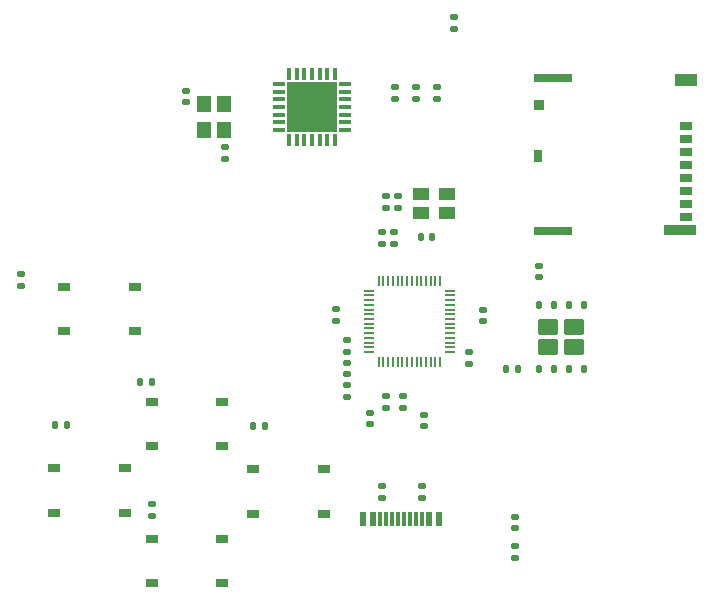
<source format=gbr>
%TF.GenerationSoftware,KiCad,Pcbnew,9.0.0*%
%TF.CreationDate,2025-07-19T13:55:26-04:00*%
%TF.ProjectId,status,73746174-7573-42e6-9b69-6361645f7063,rev?*%
%TF.SameCoordinates,Original*%
%TF.FileFunction,Paste,Top*%
%TF.FilePolarity,Positive*%
%FSLAX46Y46*%
G04 Gerber Fmt 4.6, Leading zero omitted, Abs format (unit mm)*
G04 Created by KiCad (PCBNEW 9.0.0) date 2025-07-19 13:55:26*
%MOMM*%
%LPD*%
G01*
G04 APERTURE LIST*
G04 Aperture macros list*
%AMRoundRect*
0 Rectangle with rounded corners*
0 $1 Rounding radius*
0 $2 $3 $4 $5 $6 $7 $8 $9 X,Y pos of 4 corners*
0 Add a 4 corners polygon primitive as box body*
4,1,4,$2,$3,$4,$5,$6,$7,$8,$9,$2,$3,0*
0 Add four circle primitives for the rounded corners*
1,1,$1+$1,$2,$3*
1,1,$1+$1,$4,$5*
1,1,$1+$1,$6,$7*
1,1,$1+$1,$8,$9*
0 Add four rect primitives between the rounded corners*
20,1,$1+$1,$2,$3,$4,$5,0*
20,1,$1+$1,$4,$5,$6,$7,0*
20,1,$1+$1,$6,$7,$8,$9,0*
20,1,$1+$1,$8,$9,$2,$3,0*%
G04 Aperture macros list end*
%ADD10C,0.000000*%
%ADD11R,1.016000X0.304800*%
%ADD12R,0.304800X1.016000*%
%ADD13R,4.191000X4.191000*%
%ADD14R,0.600000X1.160000*%
%ADD15R,0.300000X1.160000*%
%ADD16R,1.000000X0.750000*%
%ADD17RoundRect,0.050000X0.050000X0.387500X-0.050000X0.387500X-0.050000X-0.387500X0.050000X-0.387500X0*%
%ADD18RoundRect,0.050000X0.387500X0.050000X-0.387500X0.050000X-0.387500X-0.050000X0.387500X-0.050000X0*%
%ADD19RoundRect,0.125000X0.125000X-0.250000X0.125000X0.250000X-0.125000X0.250000X-0.125000X-0.250000X0*%
%ADD20RoundRect,0.250000X0.615000X-0.435000X0.615000X0.435000X-0.615000X0.435000X-0.615000X-0.435000X0*%
%ADD21RoundRect,0.140000X0.170000X-0.140000X0.170000X0.140000X-0.170000X0.140000X-0.170000X-0.140000X0*%
%ADD22RoundRect,0.135000X-0.185000X0.135000X-0.185000X-0.135000X0.185000X-0.135000X0.185000X0.135000X0*%
%ADD23RoundRect,0.135000X0.185000X-0.135000X0.185000X0.135000X-0.185000X0.135000X-0.185000X-0.135000X0*%
%ADD24RoundRect,0.135000X-0.135000X-0.185000X0.135000X-0.185000X0.135000X0.185000X-0.135000X0.185000X0*%
%ADD25RoundRect,0.140000X-0.170000X0.140000X-0.170000X-0.140000X0.170000X-0.140000X0.170000X0.140000X0*%
%ADD26RoundRect,0.147500X-0.172500X0.147500X-0.172500X-0.147500X0.172500X-0.147500X0.172500X0.147500X0*%
%ADD27R,1.400000X1.100000*%
%ADD28R,1.200000X1.400000*%
%ADD29RoundRect,0.135000X0.135000X0.185000X-0.135000X0.185000X-0.135000X-0.185000X0.135000X-0.185000X0*%
%ADD30R,1.100000X0.700000*%
%ADD31R,0.930000X0.900000*%
%ADD32R,0.780000X1.050000*%
%ADD33R,1.830000X1.140000*%
%ADD34R,2.800000X0.860000*%
%ADD35R,3.330000X0.700000*%
%ADD36RoundRect,0.140000X-0.140000X-0.170000X0.140000X-0.170000X0.140000X0.170000X-0.140000X0.170000X0*%
G04 APERTURE END LIST*
D10*
%TO.C,U3*%
G36*
X140875500Y-82159500D02*
G01*
X139678500Y-82159500D01*
X139678500Y-80962500D01*
X140875500Y-80962500D01*
X140875500Y-82159500D01*
G37*
G36*
X140875500Y-80762500D02*
G01*
X139678500Y-80762500D01*
X139678500Y-79565500D01*
X140875500Y-79565500D01*
X140875500Y-80762500D01*
G37*
G36*
X140875500Y-79365500D02*
G01*
X139678500Y-79365500D01*
X139678500Y-78168500D01*
X140875500Y-78168500D01*
X140875500Y-79365500D01*
G37*
G36*
X139478500Y-82159500D02*
G01*
X138281500Y-82159500D01*
X138281500Y-80962500D01*
X139478500Y-80962500D01*
X139478500Y-82159500D01*
G37*
G36*
X139478500Y-80762500D02*
G01*
X138281500Y-80762500D01*
X138281500Y-79565500D01*
X139478500Y-79565500D01*
X139478500Y-80762500D01*
G37*
G36*
X139478500Y-79365500D02*
G01*
X138281500Y-79365500D01*
X138281500Y-78168500D01*
X139478500Y-78168500D01*
X139478500Y-79365500D01*
G37*
G36*
X138081500Y-82159500D02*
G01*
X136884500Y-82159500D01*
X136884500Y-80962500D01*
X138081500Y-80962500D01*
X138081500Y-82159500D01*
G37*
G36*
X138081500Y-80762500D02*
G01*
X136884500Y-80762500D01*
X136884500Y-79565500D01*
X138081500Y-79565500D01*
X138081500Y-80762500D01*
G37*
G36*
X138081500Y-79365500D02*
G01*
X136884500Y-79365500D01*
X136884500Y-78168500D01*
X138081500Y-78168500D01*
X138081500Y-79365500D01*
G37*
%TD*%
D11*
%TO.C,U3*%
X141674000Y-82114001D03*
X141674000Y-81464000D03*
X141674000Y-80813999D03*
X141674000Y-80164000D03*
X141674000Y-79514001D03*
X141674000Y-78864000D03*
X141674000Y-78214001D03*
D12*
X140830001Y-77370000D03*
X140180000Y-77370000D03*
X139530001Y-77370000D03*
X138880000Y-77370000D03*
X138230001Y-77370000D03*
X137580000Y-77370000D03*
X136930001Y-77370000D03*
D11*
X136086000Y-78213999D03*
X136086000Y-78864000D03*
X136086000Y-79513999D03*
X136086000Y-80164000D03*
X136086000Y-80813999D03*
X136086000Y-81464000D03*
X136086000Y-82113999D03*
D12*
X136929999Y-82958000D03*
X137580000Y-82958000D03*
X138229999Y-82958000D03*
X138880000Y-82958000D03*
X139529999Y-82958000D03*
X140180000Y-82958000D03*
X140829999Y-82958000D03*
D13*
X138880000Y-80164000D03*
%TD*%
D14*
%TO.C,J6*%
X143220000Y-115030000D03*
X144020000Y-115030000D03*
D15*
X144670000Y-115030000D03*
X145670000Y-115030000D03*
X147170000Y-115030000D03*
X148170000Y-115030000D03*
D14*
X148820000Y-115030000D03*
X149620000Y-115030000D03*
X149620000Y-115030000D03*
X148820000Y-115030000D03*
D15*
X147670000Y-115030000D03*
X146670000Y-115030000D03*
X146170000Y-115030000D03*
X145170000Y-115030000D03*
D14*
X144020000Y-115030000D03*
X143220000Y-115030000D03*
%TD*%
D16*
%TO.C,S7*%
X123070000Y-114505000D03*
X117070000Y-114505000D03*
X123070000Y-110755000D03*
X117070000Y-110755000D03*
%TD*%
%TO.C,S8*%
X131300000Y-108875000D03*
X125300000Y-108875000D03*
X131300000Y-105125000D03*
X125300000Y-105125000D03*
%TD*%
%TO.C,S9*%
X131300000Y-120475000D03*
X125300000Y-120475000D03*
X131300000Y-116725000D03*
X125300000Y-116725000D03*
%TD*%
%TO.C,S10*%
X139900000Y-114575000D03*
X133900000Y-114575000D03*
X139900000Y-110825000D03*
X133900000Y-110825000D03*
%TD*%
%TO.C,S11*%
X123870000Y-99105000D03*
X117870000Y-99105000D03*
X123870000Y-95355000D03*
X117870000Y-95355000D03*
%TD*%
D17*
%TO.C,U2*%
X149730000Y-101740000D03*
X149330000Y-101740000D03*
X148930000Y-101740000D03*
X148530000Y-101740000D03*
X148130000Y-101740000D03*
X147730000Y-101740000D03*
X147330000Y-101740000D03*
X146930000Y-101740000D03*
X146530000Y-101740000D03*
X146130000Y-101740000D03*
X145730000Y-101740000D03*
X145330000Y-101740000D03*
X144930000Y-101740000D03*
X144530000Y-101740000D03*
D18*
X143692500Y-100902500D03*
X143692500Y-100502500D03*
X143692500Y-100102500D03*
X143692500Y-99702500D03*
X143692500Y-99302500D03*
X143692500Y-98902500D03*
X143692500Y-98502500D03*
X143692500Y-98102500D03*
X143692500Y-97702500D03*
X143692500Y-97302500D03*
X143692500Y-96902500D03*
X143692500Y-96502500D03*
X143692500Y-96102500D03*
X143692500Y-95702500D03*
D17*
X144530000Y-94865000D03*
X144930000Y-94865000D03*
X145330000Y-94865000D03*
X145730000Y-94865000D03*
X146130000Y-94865000D03*
X146530000Y-94865000D03*
X146930000Y-94865000D03*
X147330000Y-94865000D03*
X147730000Y-94865000D03*
X148130000Y-94865000D03*
X148530000Y-94865000D03*
X148930000Y-94865000D03*
X149330000Y-94865000D03*
X149730000Y-94865000D03*
D18*
X150567500Y-95702500D03*
X150567500Y-96102500D03*
X150567500Y-96502500D03*
X150567500Y-96902500D03*
X150567500Y-97302500D03*
X150567500Y-97702500D03*
X150567500Y-98102500D03*
X150567500Y-98502500D03*
X150567500Y-98902500D03*
X150567500Y-99302500D03*
X150567500Y-99702500D03*
X150567500Y-100102500D03*
X150567500Y-100502500D03*
X150567500Y-100902500D03*
%TD*%
D19*
%TO.C,U4*%
X158070449Y-96956000D03*
X159340449Y-96956000D03*
X160610449Y-96956000D03*
X161880449Y-96956000D03*
X161880449Y-102356000D03*
X160610449Y-102356000D03*
X159340449Y-102356000D03*
X158070449Y-102356000D03*
D20*
X161050449Y-98806000D03*
X158900449Y-98806000D03*
X161050449Y-100506000D03*
X158900449Y-100506000D03*
%TD*%
D21*
%TO.C,C15*%
X153350000Y-98300000D03*
X153350000Y-97340000D03*
%TD*%
%TO.C,C7*%
X152146000Y-101876800D03*
X152146000Y-100916800D03*
%TD*%
D22*
%TO.C,R13*%
X145923000Y-78486000D03*
X145923000Y-79506000D03*
%TD*%
D23*
%TO.C,R8*%
X125300000Y-114810000D03*
X125300000Y-113790000D03*
%TD*%
D24*
%TO.C,R7*%
X117080000Y-107080000D03*
X118100000Y-107080000D03*
%TD*%
D25*
%TO.C,C5*%
X147713700Y-78496000D03*
X147713700Y-79456000D03*
%TD*%
D21*
%TO.C,C12*%
X141846600Y-102775600D03*
X141846600Y-101815600D03*
%TD*%
D25*
%TO.C,C10*%
X144805400Y-90756800D03*
X144805400Y-91716800D03*
%TD*%
D23*
%TO.C,R3*%
X146125000Y-88710000D03*
X146125000Y-87690000D03*
%TD*%
D21*
%TO.C,C22*%
X131500000Y-84530000D03*
X131500000Y-83570000D03*
%TD*%
D26*
%TO.C,D1*%
X156100000Y-114840000D03*
X156100000Y-115810000D03*
%TD*%
D21*
%TO.C,C9*%
X143800000Y-107030000D03*
X143800000Y-106070000D03*
%TD*%
D25*
%TO.C,C14*%
X141833600Y-99900800D03*
X141833600Y-100860800D03*
%TD*%
D22*
%TO.C,R14*%
X156100000Y-117340000D03*
X156100000Y-118360000D03*
%TD*%
D23*
%TO.C,R15*%
X114225000Y-95320000D03*
X114225000Y-94300000D03*
%TD*%
D24*
%TO.C,R9*%
X133870000Y-107180000D03*
X134890000Y-107180000D03*
%TD*%
D27*
%TO.C,X1*%
X148150400Y-89133701D03*
X150350400Y-89133701D03*
X150350400Y-87533699D03*
X148150400Y-87533699D03*
%TD*%
D25*
%TO.C,C4*%
X149504400Y-78496000D03*
X149504400Y-79456000D03*
%TD*%
D22*
%TO.C,R5*%
X145150000Y-104646000D03*
X145150000Y-105666000D03*
%TD*%
D25*
%TO.C,C18*%
X145150000Y-87720000D03*
X145150000Y-88680000D03*
%TD*%
%TO.C,C6*%
X128250000Y-78795000D03*
X128250000Y-79755000D03*
%TD*%
%TO.C,C17*%
X158115000Y-93627000D03*
X158115000Y-94587000D03*
%TD*%
D21*
%TO.C,C13*%
X141850000Y-104680000D03*
X141850000Y-103720000D03*
%TD*%
D28*
%TO.C,Y1*%
X131400000Y-82075000D03*
X131400000Y-79875000D03*
X129700000Y-79875000D03*
X129700000Y-82075000D03*
%TD*%
D25*
%TO.C,C20*%
X145821400Y-90756800D03*
X145821400Y-91716800D03*
%TD*%
D22*
%TO.C,R4*%
X146600000Y-104646000D03*
X146600000Y-105666000D03*
%TD*%
D29*
%TO.C,R10*%
X125310000Y-103400000D03*
X124290000Y-103400000D03*
%TD*%
D22*
%TO.C,R11*%
X144780000Y-112266000D03*
X144780000Y-113286000D03*
%TD*%
D30*
%TO.C,J4*%
X170570000Y-81790000D03*
X170570000Y-82890000D03*
X170570000Y-83990000D03*
X170570000Y-85090000D03*
X170570000Y-86190000D03*
X170570000Y-87290000D03*
X170570000Y-88390000D03*
X170570000Y-89490000D03*
D31*
X158105000Y-80000000D03*
D32*
X158030000Y-84265000D03*
D33*
X170555000Y-77910000D03*
D34*
X170070000Y-90570000D03*
D35*
X159305000Y-77690000D03*
X159305000Y-90650000D03*
%TD*%
D29*
%TO.C,R6*%
X156339000Y-102362000D03*
X155319000Y-102362000D03*
%TD*%
D22*
%TO.C,R12*%
X148160000Y-112266000D03*
X148160000Y-113286000D03*
%TD*%
D36*
%TO.C,C23*%
X148084600Y-91160600D03*
X149044600Y-91160600D03*
%TD*%
D21*
%TO.C,C8*%
X148350000Y-107180000D03*
X148350000Y-106220000D03*
%TD*%
%TO.C,C16*%
X140919200Y-98244600D03*
X140919200Y-97284600D03*
%TD*%
%TO.C,C3*%
X150926800Y-73530400D03*
X150926800Y-72570400D03*
%TD*%
M02*

</source>
